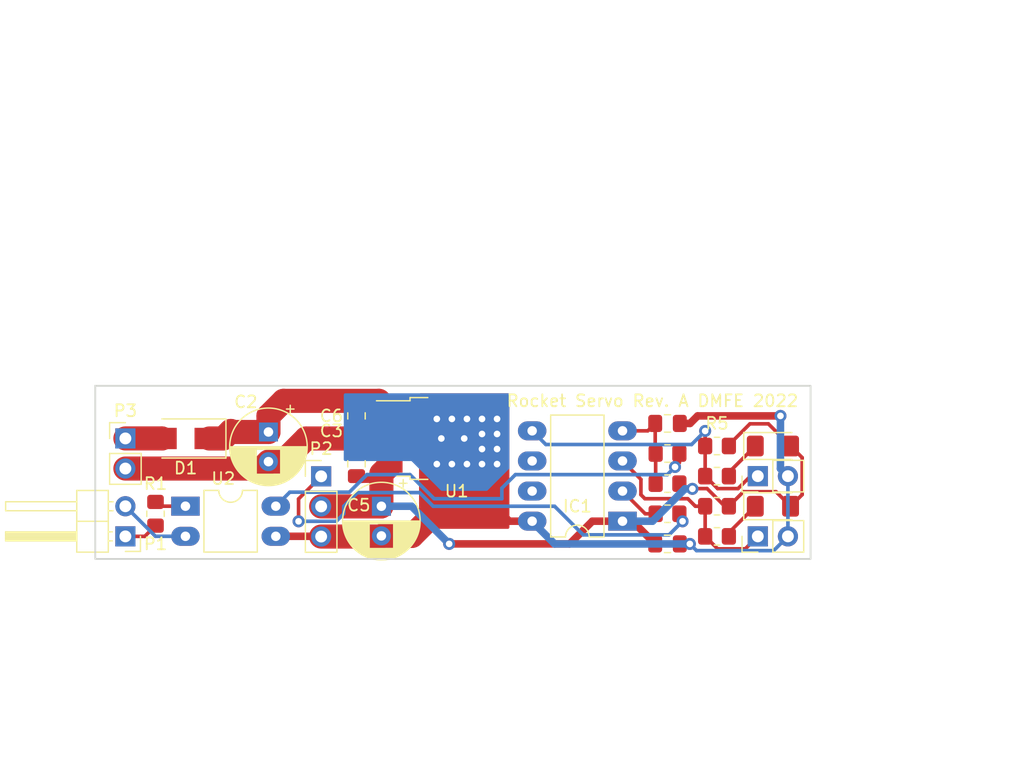
<source format=kicad_pcb>
(kicad_pcb (version 20211014) (generator pcbnew)
  (title_block (title "Rocket Servo") (date "2022-11-08") (rev "A") (company "DMFE"))
  (layers (0 "F.Cu" signal) (31 "B.Cu" signal) (34 "B.Paste" user) (35 "F.Paste" user) (36 "B.SilkS" user "B.Silkscreen") (37 "F.SilkS" user "F.Silkscreen") (38 "B.Mask" user) (39 "F.Mask" user) (44 "Edge.Cuts" user))
  (net 0 "")
  (net 1 "Net-(C1-Pad1)")
  (net 2 "GND")
  (net 3 "Net-(C2-Pad1)")
  (net 4 "+5V")
  (net 5 "Net-(D1-Pad2)")
  (net 6 "Net-(D3-Pad1)")
  (net 7 "Net-(D2-Pad1)")
  (net 10 "Net-(P1-Pad1)")
  (net 11 "Net-(P1-Pad2)")
  (net 12 "Net-(IC1-Pad2)")
  (net 13 "Net-(IC1-Pad3)")
  (net 14 "Net-(R1-Pad1)")
  (net 15 "Net-(IC1-Pad5)")
  (net 16 "Net-(R2-Pad2)")
  (net 17 "Net-(P2-Pad1)")
  (footprint "Resistor_SMD:R_0805_2012Metric_Pad1.20x1.40mm_HandSolder" (layer "F.Cu") (at 144.51 88.9 180)
    (fp_text reference "R6" hide)
    (fp_text value "1K" hide)
    (pad "1" smd roundrect (at -1 0 180) (size 1.2 1.4) (layers "F.Cu" "F.Paste" "F.Mask") (roundrect_rratio 0.2083333333) (net 7 "Net-(D2-Pad1)"))
    (pad "2" smd roundrect (at 1 0 180) (size 1.2 1.4) (layers "F.Cu" "F.Paste" "F.Mask") (roundrect_rratio 0.2083333333) (net 15 "Net-(IC1-Pad5)"))
  )
  (footprint "Diode_SMD:D_SMA" (layer "F.Cu") (at 99.695 85.725 180)
    (fp_text reference "D1" (at 0 -2.5) (layer "F.SilkS"))
    (fp_text value "D" hide)
    (pad "1" smd rect (at -2 0 180) (size 2.5 1.8) (layers "F.Cu" "F.Paste" "F.Mask") (net 3 "Net-(C2-Pad1)"))
    (pad "2" smd rect (at 2 0 180) (size 2.5 1.8) (layers "F.Cu" "F.Paste" "F.Mask") (net 5 "Net-(D1-Pad2)"))
  )
  (footprint "Capacitor_SMD:C_0805_2012Metric_Pad1.18x1.45mm_HandSolder" (layer "F.Cu") (at 114.105 83.82 -90)
    (fp_text reference "C6" (at 0 2.115 180) (layer "F.SilkS"))
    (fp_text value ".1uF" hide)
    (pad "1" smd roundrect (at -1.0375 0 270) (size 1.175 1.45) (layers "F.Cu" "F.Paste" "F.Mask") (roundrect_rratio 0.2127659574) (net 3 "Net-(C2-Pad1)"))
    (pad "2" smd roundrect (at 1.0375 0 270) (size 1.175 1.45) (layers "F.Cu" "F.Paste" "F.Mask") (roundrect_rratio 0.2127659574) (net 2 "GND"))
  )
  (footprint "Connector_PinHeader_2.54mm:PinHeader_1x02_P2.54mm_Vertical" (layer "F.Cu") (at 94.615 85.72)
    (fp_text reference "P3" (at 0 -2.33) (layer "F.SilkS"))
    (fp_text value "Conn_01x02" hide)
    (pad "1" thru_hole rect (at 0 0) (size 1.7 1.7) (drill 1) (layers *.Cu *.Mask) (net 5 "Net-(D1-Pad2)"))
    (pad "2" thru_hole oval (at 0 2.54) (size 1.7 1.7) (drill 1) (layers *.Cu *.Mask) (net 2 "GND"))
  )
  (footprint "LED_SMD:LED_1206_3216Metric_Pad1.42x1.75mm_HandSolder" (layer "F.Cu") (at 149.225 91.44)
    (fp_text reference "D3" hide)
    (fp_text value "LED" hide)
    (pad "1" smd roundrect (at -1.4875 0) (size 1.425 1.75) (layers "F.Cu" "F.Paste" "F.Mask") (roundrect_rratio 0.1754392982) (net 6 "Net-(D3-Pad1)"))
    (pad "2" smd roundrect (at 1.4875 0) (size 1.425 1.75) (layers "F.Cu" "F.Paste" "F.Mask") (roundrect_rratio 0.1754392982) (net 4 "+5V"))
  )
  (footprint "Resistor_SMD:R_0805_2012Metric_Pad1.20x1.40mm_HandSolder" (layer "F.Cu") (at 140.335 92.075 180)
    (fp_text reference "R4" hide)
    (fp_text value "220R" hide)
    (pad "1" smd roundrect (at -1 0 180) (size 1.2 1.4) (layers "F.Cu" "F.Paste" "F.Mask") (roundrect_rratio 0.2083333333) (net 17 "Net-(P2-Pad1)"))
    (pad "2" smd roundrect (at 1 0 180) (size 1.2 1.4) (layers "F.Cu" "F.Paste" "F.Mask") (roundrect_rratio 0.2083333333) (net 12 "Net-(IC1-Pad2)"))
  )
  (footprint "Resistor_SMD:R_0805_2012Metric_Pad1.20x1.40mm_HandSolder" (layer "F.Cu") (at 144.51 86.36 180)
    (fp_text reference "R5" (at 0 1.905) (layer "F.SilkS"))
    (fp_text value "47K" hide)
    (pad "1" smd roundrect (at -1 0 180) (size 1.2 1.4) (layers "F.Cu" "F.Paste" "F.Mask") (roundrect_rratio 0.2083333333) (net 4 "+5V"))
    (pad "2" smd roundrect (at 1 0 180) (size 1.2 1.4) (layers "F.Cu" "F.Paste" "F.Mask") (roundrect_rratio 0.2083333333) (net 15 "Net-(IC1-Pad5)"))
  )
  (footprint "Package_TO_SOT_SMD:TO-252-3_TabPin2" (layer "F.Cu") (at 121.09 85.725)
    (fp_text reference "U1" (at 1.465 4.445) (layer "F.SilkS"))
    (fp_text value "L7805" hide)
    (pad "1" smd rect (at -4.2 -2.28) (size 2.2 1.2) (layers "F.Cu" "F.Paste" "F.Mask") (net 3 "Net-(C2-Pad1)"))
    (pad "2" smd rect (at 2.1 0) (size 6.4 5.8) (layers "F.Cu" "F.Mask") (net 2 "GND"))
    (pad "2" smd rect (at -4.2 0) (size 2.2 1.2) (layers "F.Cu" "F.Paste" "F.Mask") (net 2 "GND"))
    (pad "3" smd rect (at -4.2 2.28) (size 2.2 1.2) (layers "F.Cu" "F.Paste" "F.Mask") (net 4 "+5V"))
  )
  (footprint "LED_SMD:LED_1206_3216Metric_Pad1.42x1.75mm_HandSolder" (layer "F.Cu") (at 149.225 86.36)
    (fp_text reference "D2" hide)
    (fp_text value "LED" hide)
    (pad "1" smd roundrect (at -1.4875 0) (size 1.425 1.75) (layers "F.Cu" "F.Paste" "F.Mask") (roundrect_rratio 0.1754392982) (net 7 "Net-(D2-Pad1)"))
    (pad "2" smd roundrect (at 1.4875 0) (size 1.425 1.75) (layers "F.Cu" "F.Paste" "F.Mask") (roundrect_rratio 0.1754392982) (net 4 "+5V"))
  )
  (footprint "Resistor_SMD:R_0805_2012Metric_Pad1.20x1.40mm_HandSolder" (layer "F.Cu") (at 140.335 89.535 180)
    (fp_text reference "R3" hide)
    (fp_text value "10K" hide)
    (pad "1" smd roundrect (at -1 0 180) (size 1.2 1.4) (layers "F.Cu" "F.Paste" "F.Mask") (roundrect_rratio 0.2083333333) (net 4 "+5V"))
    (pad "2" smd roundrect (at 1 0 180) (size 1.2 1.4) (layers "F.Cu" "F.Paste" "F.Mask") (roundrect_rratio 0.2083333333) (net 1 "Net-(C1-Pad1)"))
  )
  (footprint "Capacitor_THT:CP_Radial_D6.3mm_P2.50mm" (layer "F.Cu") (at 116.205 91.44 -90)
    (fp_text reference "C5" (at -0.087621 1.905 180) (layer "F.SilkS"))
    (fp_text value "220uF" hide)
    (pad "1" thru_hole rect (at 0 0 270) (size 1.6 1.6) (drill 0.8) (layers *.Cu *.Mask) (net 4 "+5V"))
    (pad "2" thru_hole circle (at 2.5 0 270) (size 1.6 1.6) (drill 0.8) (layers *.Cu *.Mask) (net 2 "GND"))
  )
  (footprint "Connector_PinHeader_2.54mm:PinHeader_1x03_P2.54mm_Vertical" (layer "F.Cu") (at 111.125 88.915)
    (fp_text reference "P2" (at 0 -2.33) (layer "F.SilkS"))
    (fp_text value "Conn_01x03" hide)
    (pad "1" thru_hole rect (at 0 0) (size 1.7 1.7) (drill 1) (layers *.Cu *.Mask) (net 17 "Net-(P2-Pad1)"))
    (pad "2" thru_hole oval (at 0 2.54) (size 1.7 1.7) (drill 1) (layers *.Cu *.Mask) (net 4 "+5V"))
    (pad "3" thru_hole oval (at 0 5.08) (size 1.7 1.7) (drill 1) (layers *.Cu *.Mask) (net 2 "GND"))
  )
  (footprint "Connector_PinHeader_2.54mm:PinHeader_1x02_P2.54mm_Vertical" (layer "F.Cu") (at 147.95 88.9 90)
    (fp_text reference "SW1" hide)
    (fp_text value "Conn_01x02" hide)
    (pad "1" thru_hole rect (at 0 0 90) (size 1.7 1.7) (drill 1) (layers *.Cu *.Mask) (net 15 "Net-(IC1-Pad5)"))
    (pad "2" thru_hole oval (at 0 2.54 90) (size 1.7 1.7) (drill 1) (layers *.Cu *.Mask) (net 2 "GND"))
  )
  (footprint "Connector_PinHeader_2.54mm:PinHeader_1x02_P2.54mm_Vertical" (layer "F.Cu") (at 147.95 93.98 90)
    (fp_text reference "SW2" hide)
    (fp_text value "Conn_01x02" hide)
    (pad "1" thru_hole rect (at 0 0 90) (size 1.7 1.7) (drill 1) (layers *.Cu *.Mask) (net 13 "Net-(IC1-Pad3)"))
    (pad "2" thru_hole oval (at 0 2.54 90) (size 1.7 1.7) (drill 1) (layers *.Cu *.Mask) (net 2 "GND"))
  )
  (footprint "Capacitor_SMD:C_0805_2012Metric_Pad1.18x1.45mm_HandSolder" (layer "F.Cu") (at 114.105 87.8625 90)
    (fp_text reference "C3" (at 2.7725 -2.115 180) (layer "F.SilkS"))
    (fp_text value ".1uF" hide)
    (pad "1" smd roundrect (at -1.0375 0 90) (size 1.175 1.45) (layers "F.Cu" "F.Paste" "F.Mask") (roundrect_rratio 0.2127659574) (net 4 "+5V"))
    (pad "2" smd roundrect (at 1.0375 0 90) (size 1.175 1.45) (layers "F.Cu" "F.Paste" "F.Mask") (roundrect_rratio 0.2127659574) (net 2 "GND"))
  )
  (footprint "Capacitor_SMD:C_0805_2012Metric_Pad1.18x1.45mm_HandSolder" (layer "F.Cu") (at 140.335 84.455)
    (fp_text reference "C1" hide)
    (fp_text value ".1uF" hide)
    (pad "1" smd roundrect (at -1.0375 0) (size 1.175 1.45) (layers "F.Cu" "F.Paste" "F.Mask") (roundrect_rratio 0.2127659574) (net 1 "Net-(C1-Pad1)"))
    (pad "2" smd roundrect (at 1.0375 0) (size 1.175 1.45) (layers "F.Cu" "F.Paste" "F.Mask") (roundrect_rratio 0.2127659574) (net 2 "GND"))
  )
  (footprint "Package_DIP:DIP-4_W7.62mm_LongPads" (layer "F.Cu") (at 99.68 91.435)
    (fp_text reference "U2" (at 3.19 -2.33) (layer "F.SilkS"))
    (fp_text value "TLP227GN" hide)
    (pad "1" thru_hole rect (at 0 0) (size 2.4 1.6) (drill 0.8) (layers *.Cu *.Mask) (net 14 "Net-(R1-Pad1)"))
    (pad "2" thru_hole oval (at 0 2.54) (size 2.4 1.6) (drill 0.8) (layers *.Cu *.Mask) (net 11 "Net-(P1-Pad2)"))
    (pad "3" thru_hole oval (at 7.62 2.54) (size 2.4 1.6) (drill 0.8) (layers *.Cu *.Mask) (net 2 "GND"))
    (pad "4" thru_hole oval (at 7.62 0) (size 2.4 1.6) (drill 0.8) (layers *.Cu *.Mask) (net 16 "Net-(R2-Pad2)"))
  )
  (footprint "Connector_PinHeader_2.54mm:PinHeader_1x02_P2.54mm_Horizontal" (layer "F.Cu") (at 94.615 93.98 180)
    (fp_text reference "P1" (at -2.54 -0.635) (layer "F.SilkS"))
    (fp_text value "Conn_01x02" hide)
    (pad "1" thru_hole rect (at 0 0 180) (size 1.7 1.7) (drill 1) (layers *.Cu *.Mask) (net 10 "Net-(P1-Pad1)"))
    (pad "2" thru_hole oval (at 0 2.54 180) (size 1.7 1.7) (drill 1) (layers *.Cu *.Mask) (net 11 "Net-(P1-Pad2)"))
  )
  (footprint "Capacitor_SMD:C_0805_2012Metric_Pad1.18x1.45mm_HandSolder" (layer "F.Cu") (at 140.335 94.615)
    (fp_text reference "C4" hide)
    (fp_text value ".1uF" hide)
    (pad "1" smd roundrect (at -1.0375 0) (size 1.175 1.45) (layers "F.Cu" "F.Paste" "F.Mask") (roundrect_rratio 0.2127659574) (net 4 "+5V"))
    (pad "2" smd roundrect (at 1.0375 0) (size 1.175 1.45) (layers "F.Cu" "F.Paste" "F.Mask") (roundrect_rratio 0.2127659574) (net 2 "GND"))
  )
  (footprint "Resistor_SMD:R_0805_2012Metric_Pad1.20x1.40mm_HandSolder" (layer "F.Cu") (at 144.51 91.44 180)
    (fp_text reference "R7" hide)
    (fp_text value "47K" hide)
    (pad "1" smd roundrect (at -1 0 180) (size 1.2 1.4) (layers "F.Cu" "F.Paste" "F.Mask") (roundrect_rratio 0.2083333333) (net 4 "+5V"))
    (pad "2" smd roundrect (at 1 0 180) (size 1.2 1.4) (layers "F.Cu" "F.Paste" "F.Mask") (roundrect_rratio 0.2083333333) (net 13 "Net-(IC1-Pad3)"))
  )
  (footprint "Resistor_SMD:R_0805_2012Metric_Pad1.20x1.40mm_HandSolder" (layer "F.Cu") (at 140.335 86.995)
    (fp_text reference "R2" hide)
    (fp_text value "1K" hide)
    (pad "1" smd roundrect (at -1 0) (size 1.2 1.4) (layers "F.Cu" "F.Paste" "F.Mask") (roundrect_rratio 0.2083333333) (net 1 "Net-(C1-Pad1)"))
    (pad "2" smd roundrect (at 1 0) (size 1.2 1.4) (layers "F.Cu" "F.Paste" "F.Mask") (roundrect_rratio 0.2083333333) (net 16 "Net-(R2-Pad2)"))
  )
  (footprint "Resistor_SMD:R_0805_2012Metric_Pad1.20x1.40mm_HandSolder" (layer "F.Cu") (at 97.155 92.075 -90)
    (fp_text reference "R1" (at -2.54 0 -180) (layer "F.SilkS"))
    (fp_text value "220R" hide)
    (pad "1" smd roundrect (at -1 0 270) (size 1.2 1.4) (layers "F.Cu" "F.Paste" "F.Mask") (roundrect_rratio 0.2083333333) (net 14 "Net-(R1-Pad1)"))
    (pad "2" smd roundrect (at 1 0 270) (size 1.2 1.4) (layers "F.Cu" "F.Paste" "F.Mask") (roundrect_rratio 0.2083333333) (net 10 "Net-(P1-Pad1)"))
  )
  (footprint "Package_DIP:DIP-8_W7.62mm_LongPads" (layer "F.Cu") (at 136.54 92.7 180)
    (fp_text reference "IC1" (at 3.81 1.26) (layer "F.SilkS"))
    (fp_text value "PIC12F1822-I/P" hide)
    (pad "1" thru_hole rect (at 0 0 180) (size 2.4 1.6) (drill 0.8) (layers *.Cu *.Mask) (net 4 "+5V"))
    (pad "2" thru_hole oval (at 0 2.54 180) (size 2.4 1.6) (drill 0.8) (layers *.Cu *.Mask) (net 12 "Net-(IC1-Pad2)"))
    (pad "3" thru_hole oval (at 0 5.08 180) (size 2.4 1.6) (drill 0.8) (layers *.Cu *.Mask) (net 13 "Net-(IC1-Pad3)"))
    (pad "4" thru_hole oval (at 0 7.62 180) (size 2.4 1.6) (drill 0.8) (layers *.Cu *.Mask) (net 1 "Net-(C1-Pad1)"))
    (pad "5" thru_hole oval (at 7.62 7.62 180) (size 2.4 1.6) (drill 0.8) (layers *.Cu *.Mask) (net 15 "Net-(IC1-Pad5)"))
    (pad "6" thru_hole oval (at 7.62 5.08 180) (size 2.4 1.6) (drill 0.8) (layers *.Cu *.Mask))
    (pad "7" thru_hole oval (at 7.62 2.54 180) (size 2.4 1.6) (drill 0.8) (layers *.Cu *.Mask))
    (pad "8" thru_hole oval (at 7.62 0 180) (size 2.4 1.6) (drill 0.8) (layers *.Cu *.Mask) (net 2 "GND"))
  )
  (footprint "Capacitor_THT:CP_Radial_D6.3mm_P2.50mm" (layer "F.Cu") (at 106.68 85.177621 -90)
    (fp_text reference "C2" (at -2.54 1.905 180) (layer "F.SilkS"))
    (fp_text value "33uF" hide)
    (pad "1" thru_hole rect (at 0 0 270) (size 1.6 1.6) (drill 0.8) (layers *.Cu *.Mask) (net 3 "Net-(C2-Pad1)"))
    (pad "2" thru_hole circle (at 2.5 0 270) (size 1.6 1.6) (drill 0.8) (layers *.Cu *.Mask) (net 2 "GND"))
  )
  (footprint "Resistor_SMD:R_0805_2012Metric_Pad1.20x1.40mm_HandSolder" (layer "F.Cu") (at 144.51 93.98 180)
    (fp_text reference "R8" hide)
    (fp_text value "1K" hide)
    (pad "1" smd roundrect (at -1 0 180) (size 1.2 1.4) (layers "F.Cu" "F.Paste" "F.Mask") (roundrect_rratio 0.2083333333) (net 6 "Net-(D3-Pad1)"))
    (pad "2" smd roundrect (at 1 0 180) (size 1.2 1.4) (layers "F.Cu" "F.Paste" "F.Mask") (roundrect_rratio 0.2083333333) (net 13 "Net-(IC1-Pad3)"))
  )
  (gr_rect (start 152.4 95.885) (end 92.075 81.28) (layer "Edge.Cuts") (width 0.15) (fill none))
  (gr_text "Rocket Servo Rev. A DMFE 2022" (at 139.065 82.55) (layer "F.SilkS") (effects (font (size 1 1))))
  (segment (start 138.6725 85.08) (end 139.2975 84.455) (width 0.3048) (layer "F.Cu") (net 1))
  (segment (start 139.2975 86.9575) (end 139.335 86.995) (width 0.3048) (layer "F.Cu") (net 1))
  (segment (start 139.335 89.535) (end 139.335 86.995) (width 0.3048) (layer "F.Cu") (net 1))
  (segment (start 139.2975 84.455) (end 139.2975 86.9575) (width 0.3048) (layer "F.Cu") (net 1))
  (segment (start 136.54 85.08) (end 138.6725 85.08) (width 0.3048) (layer "F.Cu") (net 1))
  (segment (start 121.26 85.725) (end 123.19 85.725) (width 1.27) (layer "F.Cu") (net 2))
  (segment (start 118.785 93.94) (end 122.15 90.575) (width 2.032) (layer "F.Cu") (net 2))
  (segment (start 142.24 84.455) (end 142.875 83.82) (width 0.635) (layer "F.Cu") (net 2))
  (segment (start 114.105 85.77) (end 114.105 86.825) (width 0.635) (layer "F.Cu") (net 2))
  (segment (start 94.615 88.26) (end 106.097621 88.26) (width 2.032) (layer "F.Cu") (net 2))
  (segment (start 141.3725 84.455) (end 142.24 84.455) (width 0.635) (layer "F.Cu") (net 2))
  (segment (start 116.89 85.725) (end 114.15 85.725) (width 0.635) (layer "F.Cu") (net 2))
  (segment (start 107.3 93.975) (end 111.105 93.975) (width 0.635) (layer "F.Cu") (net 2))
  (segment (start 142.22129 94.618762) (end 141.376262 94.618762) (width 0.3048) (layer "F.Cu") (net 2))
  (segment (start 114.15 85.725) (end 114.105 85.77) (width 0.635) (layer "F.Cu") (net 2))
  (segment (start 116.205 93.94) (end 118.785 93.94) (width 2.032) (layer "F.Cu") (net 2))
  (segment (start 107.902379 87.677621) (end 109.855 85.725) (width 2.032) (layer "F.Cu") (net 2))
  (segment (start 114.105 84.8575) (end 114.105 85.77) (width 0.635) (layer "F.Cu") (net 2))
  (segment (start 106.097621 88.26) (end 106.68 87.677621) (width 2.032) (layer "F.Cu") (net 2))
  (segment (start 116.89 85.725) (end 121.26 85.725) (width 1.27) (layer "F.Cu") (net 2))
  (segment (start 141.376262 94.618762) (end 141.3725 94.615) (width 0.3048) (layer "F.Cu") (net 2))
  (segment (start 116.15 93.995) (end 116.205 93.94) (width 2.032) (layer "F.Cu") (net 2))
  (segment (start 106.68 87.677621) (end 107.902379 87.677621) (width 2.032) (layer "F.Cu") (net 2))
  (segment (start 142.875 83.82) (end 149.86 83.82) (width 0.635) (layer "F.Cu") (net 2))
  (segment (start 111.125 93.995) (end 116.15 93.995) (width 2.032) (layer "F.Cu") (net 2))
  (segment (start 109.855 85.725) (end 123.19 85.725) (width 2.032) (layer "F.Cu") (net 2))
  (segment (start 126.99 92.7) (end 123.42 89.13) (width 0.635) (layer "F.Cu") (net 2))
  (segment (start 128.92 92.7) (end 126.99 92.7) (width 0.635) (layer "F.Cu") (net 2))
  (segment (start 111.105 93.975) (end 111.125 93.995) (width 0.635) (layer "F.Cu") (net 2))
  (segment (start 122.15 90.575) (end 122.15 87.885) (width 2.032) (layer "F.Cu") (net 2))
  (segment (start 123.42 89.13) (end 123.42 87.885) (width 0.635) (layer "F.Cu") (net 2))
  (via (at 124.69 84.075) (size 1.016) (drill 0.5588) (layers "F.Cu" "B.Cu") (net 2))
  (via (at 125.96 85.345) (size 1.016) (drill 0.5588) (layers "F.Cu" "B.Cu") (net 2))
  (via (at 123.42 87.885) (size 1.016) (drill 0.5588) (layers "F.Cu" "B.Cu") (net 2))
  (via (at 124.69 85.345) (size 1.016) (drill 0.5588) (layers "F.Cu" "B.Cu") (net 2))
  (via (at 125.96 87.885) (size 1.016) (drill 0.5588) (layers "F.Cu" "B.Cu") (net 2))
  (via (at 123.19 85.725) (size 1.016) (drill 0.5588) (layers "F.Cu" "B.Cu") (net 2))
  (via (at 120.88 87.885) (size 1.016) (drill 0.5588) (layers "F.Cu" "B.Cu") (net 2))
  (via (at 122.15 87.885) (size 1.016) (drill 0.5588) (layers "F.Cu" "B.Cu") (net 2))
  (via (at 123.42 84.075) (size 1.016) (drill 0.5588) (layers "F.Cu" "B.Cu") (net 2))
  (via (at 124.69 86.615) (size 1.016) (drill 0.5588) (layers "F.Cu" "B.Cu") (net 2))
  (via (at 125.96 86.615) (size 1.016) (drill 0.5588) (layers "F.Cu" "B.Cu") (net 2))
  (via (at 121.26 85.725) (size 1.016) (drill 0.5588) (layers "F.Cu" "B.Cu") (net 2))
  (via (at 122.15 84.075) (size 1.016) (drill 0.5588) (layers "F.Cu" "B.Cu") (net 2))
  (via (at 125.96 84.075) (size 1.016) (drill 0.5588) (layers "F.Cu" "B.Cu") (net 2))
  (via (at 124.69 87.885) (size 1.016) (drill 0.5588) (layers "F.Cu" "B.Cu") (net 2))
  (via (at 149.86 83.82) (size 1.016) (drill 0.5588) (layers "F.Cu" "B.Cu") (net 2))
  (via (at 120.88 84.075) (size 1.016) (drill 0.5588) (layers "F.Cu" "B.Cu") (net 2))
  (via (at 142.22129 94.618762) (size 1.016) (drill 0.5588) (layers "F.Cu" "B.Cu") (net 2))
  (segment (start 130.813762 94.618762) (end 142.22129 94.618762) (width 0.635) (layer "B.Cu") (net 2))
  (segment (start 149.2876 95.1824) (end 142.784928 95.1824) (width 0.3048) (layer "B.Cu") (net 2))
  (segment (start 128.92 92.725) (end 130.813762 94.618762) (width 0.635) (layer "B.Cu") (net 2))
  (segment (start 149.86 88.27) (end 150.49 88.9) (width 0.635) (layer "B.Cu") (net 2))
  (segment (start 150.49 93.98) (end 150.49 88.9) (width 0.3048) (layer "B.Cu") (net 2))
  (segment (start 128.92 92.7) (end 128.92 92.725) (width 0.635) (layer "B.Cu") (net 2))
  (segment (start 150.49 93.98) (end 149.2876 95.1824) (width 0.3048) (layer "B.Cu") (net 2))
  (segment (start 149.86 83.82) (end 149.86 88.27) (width 0.635) (layer "B.Cu") (net 2))
  (segment (start 142.784928 95.1824) (end 142.22129 94.618762) (width 0.3048) (layer "B.Cu") (net 2))
  (segment (start 106.68 83.82) (end 107.95 82.55) (width 2.032) (layer "F.Cu") (net 3))
  (segment (start 101.695 85.725) (end 102.87 85.725) (width 2.032) (layer "F.Cu") (net 3))
  (segment (start 115.995 82.55) (end 116.89 83.445) (width 2.032) (layer "F.Cu") (net 3))
  (segment (start 114.105 82.7825) (end 116.2275 82.7825) (width 0.635) (layer "F.Cu") (net 3))
  (segment (start 107.95 82.55) (end 115.995 82.55) (width 2.032) (layer "F.Cu") (net 3))
  (segment (start 103.505 85.09) (end 103.592621 85.177621) (width 2.032) (layer "F.Cu") (net 3))
  (segment (start 102.87 85.725) (end 103.505 85.09) (width 2.032) (layer "F.Cu") (net 3))
  (segment (start 116.2275 82.7825) (end 116.89 83.445) (width 0.635) (layer "F.Cu") (net 3))
  (segment (start 106.68 85.177621) (end 106.68 83.82) (width 2.032) (layer "F.Cu") (net 3))
  (segment (start 103.592621 85.177621) (end 106.68 85.177621) (width 2.032) (layer "F.Cu") (net 3))
  (segment (start 151.6924 90.4601) (end 151.6924 87.3399) (width 0.3048) (layer "F.Cu") (net 4))
  (segment (start 116.205 88.69) (end 116.89 88.005) (width 2.032) (layer "F.Cu") (net 4))
  (segment (start 111.125 91.455) (end 116.19 91.455) (width 2.032) (layer "F.Cu") (net 4))
  (segment (start 133.995 92.7) (end 132.08 94.615) (width 0.635) (layer "F.Cu") (net 4))
  (segment (start 146.7374 90.2126) (end 149.4851 90.2126) (width 0.3048) (layer "F.Cu") (net 4))
  (segment (start 116.205 91.44) (end 116.205 88.69) (width 2.032) (layer "F.Cu") (net 4))
  (segment (start 148.841901 84.489401) (end 147.285599 84.489401) (width 0.3048) (layer "F.Cu") (net 4))
  (segment (start 116.19 91.455) (end 116.205 91.44) (width 2.032) (layer "F.Cu") (net 4))
  (segment (start 145.161922 91.44) (end 143.674322 89.9524) (width 0.3048) (layer "F.Cu") (net 4))
  (segment (start 116.89 88.065) (end 115.8 89.155) (width 0.635) (layer "F.Cu") (net 4))
  (segment (start 114.36 89.155) (end 114.105 88.9) (width 0.635) (layer "F.Cu") (net 4))
  (segment (start 151.6924 87.3399) (end 150.7125 86.36) (width 0.3048) (layer "F.Cu") (net 4))
  (segment (start 137.3825 92.7) (end 139.2975 94.615) (width 0.635) (layer "F.Cu") (net 4))
  (segment (start 150.7125 86.36) (end 148.841901 84.489401) (width 0.3048) (layer "F.Cu") (net 4))
  (segment (start 147.285599 84.489401) (end 145.51 86.265) (width 0.3048) (layer "F.Cu") (net 4))
  (segment (start 116.89 88.005) (end 116.89 88.065) (width 0.635) (layer "F.Cu") (net 4))
  (segment (start 145.51 91.44) (end 146.7374 90.2126) (width 0.3048) (layer "F.Cu") (net 4))
  (segment (start 115.8 89.155) (end 114.36 89.155) (width 0.635) (layer "F.Cu") (net 4))
  (segment (start 149.4851 90.2126) (end 150.7125 91.44) (width 0.3048) (layer "F.Cu") (net 4))
  (segment (start 145.51 91.44) (end 145.161922 91.44) (width 0.3048) (layer "F.Cu") (net 4))
  (segment (start 150.7125 91.44) (end 151.6924 90.4601) (width 0.3048) (layer "F.Cu") (net 4))
  (segment (start 132.08 94.615) (end 121.92 94.615) (width 0.635) (layer "F.Cu") (net 4))
  (segment (start 141.7524 89.9524) (end 141.335 89.535) (width 0.3048) (layer "F.Cu") (net 4))
  (segment (start 136.54 92.7) (end 137.3825 92.7) (width 0.635) (layer "F.Cu") (net 4))
  (segment (start 143.674322 89.9524) (end 141.7524 89.9524) (width 0.3048) (layer "F.Cu") (net 4))
  (segment (start 145.51 86.265) (end 145.51 86.36) (width 0.3048) (layer "F.Cu") (net 4))
  (segment (start 136.54 92.7) (end 133.995 92.7) (width 0.635) (layer "F.Cu") (net 4))
  (via (at 142.433187 89.973338) (size 1.016) (drill 0.5588) (layers "F.Cu" "B.Cu") (net 4))
  (via (at 121.92 94.615) (size 1.016) (drill 0.5588) (layers "F.Cu" "B.Cu") (net 4))
  (segment (start 121.92 94.615) (end 118.745 91.44) (width 0.635) (layer "B.Cu") (net 4))
  (segment (start 118.745 91.44) (end 116.205 91.44) (width 0.635) (layer "B.Cu") (net 4))
  (segment (start 141.801662 89.973338) (end 142.433187 89.973338) (width 0.635) (layer "B.Cu") (net 4))
  (segment (start 139.075 92.7) (end 141.801662 89.973338) (width 0.635) (layer "B.Cu") (net 4))
  (segment (start 136.54 92.7) (end 139.075 92.7) (width 0.635) (layer "B.Cu") (net 4))
  (segment (start 97.69 85.72) (end 97.695 85.725) (width 2.032) (layer "F.Cu") (net 5))
  (segment (start 94.615 85.72) (end 97.69 85.72) (width 2.032) (layer "F.Cu") (net 5))
  (segment (start 145.51 93.98) (end 145.51 93.6675) (width 0.3048) (layer "F.Cu") (net 6))
  (segment (start 145.51 93.6675) (end 147.7375 91.44) (width 0.3048) (layer "F.Cu") (net 6))
  (segment (start 145.51 88.9) (end 145.51 88.5875) (width 0.3048) (layer "F.Cu") (net 7))
  (segment (start 145.51 88.5875) (end 147.7375 86.36) (width 0.3048) (layer "F.Cu") (net 7))
  (segment (start 94.615 93.98) (end 96.25 93.98) (width 0.3048) (layer "F.Cu") (net 10))
  (segment (start 96.25 93.98) (end 97.155 93.075) (width 0.3048) (layer "F.Cu") (net 10))
  (segment (start 99.68 93.975) (end 97.15 93.975) (width 0.3048) (layer "B.Cu") (net 11))
  (segment (start 97.15 93.975) (end 94.615 91.44) (width 0.3048) (layer "B.Cu") (net 11))
  (segment (start 139.335 92.075) (end 138.455 92.075) (width 0.3048) (layer "F.Cu") (net 12))
  (segment (start 138.455 92.075) (end 136.54 90.16) (width 0.3048) (layer "F.Cu") (net 12))
  (segment (start 143.51 93.98) (end 143.51 91.44) (width 0.3048) (layer "F.Cu") (net 13))
  (segment (start 144.5624 95.0324) (end 143.51 93.98) (width 0.3048) (layer "F.Cu") (net 13))
  (segment (start 138.0924 89.1724) (end 138.0924 90.4674) (width 0.3048) (layer "F.Cu") (net 13))
  (segment (start 138.0924 90.4674) (end 138.43 90.805) (width 0.3048) (layer "F.Cu") (net 13))
  (segment (start 142.048766 90.805) (end 142.683766 91.44) (width 0.3048) (layer "F.Cu") (net 13))
  (segment (start 147.95 93.98) (end 146.8976 95.0324) (width 0.3048) (layer "F.Cu") (net 13))
  (segment (start 136.54 87.62) (end 138.0924 89.1724) (width 0.3048) (layer "F.Cu") (net 13))
  (segment (start 138.43 90.805) (end 142.048766 90.805) (width 0.3048) (layer "F.Cu") (net 13))
  (segment (start 142.683766 91.44) (end 143.51 91.44) (width 0.3048) (layer "F.Cu") (net 13))
  (segment (start 146.8976 95.0324) (end 144.5624 95.0324) (width 0.3048) (layer "F.Cu") (net 13))
  (segment (start 97.515 91.435) (end 97.155 91.075) (width 0.3048) (layer "F.Cu") (net 14))
  (segment (start 99.68 91.435) (end 97.515 91.435) (width 0.3048) (layer "F.Cu") (net 14))
  (segment (start 144.5624 89.9524) (end 143.51 88.9) (width 0.3048) (layer "F.Cu") (net 15))
  (segment (start 143.51 85.09) (end 143.51 86.36) (width 0.3048) (layer "F.Cu") (net 15))
  (segment (start 146.28441 89.9524) (end 144.5624 89.9524) (width 0.3048) (layer "F.Cu") (net 15))
  (segment (start 143.51 88.9) (end 143.51 86.36) (width 0.3048) (layer "F.Cu") (net 15))
  (segment (start 147.95 88.9) (end 147.33681 88.9) (width 0.3048) (layer "F.Cu") (net 15))
  (segment (start 147.33681 88.9) (end 146.28441 89.9524) (width 0.3048) (layer "F.Cu") (net 15))
  (via (at 143.51 85.09) (size 1.016) (drill 0.5588) (layers "F.Cu" "B.Cu") (net 15))
  (segment (start 143.51 85.09) (end 142.3676 86.2324) (width 0.3048) (layer "B.Cu") (net 15))
  (segment (start 130.0724 86.2324) (end 128.92 85.08) (width 0.3048) (layer "B.Cu") (net 15))
  (segment (start 142.3676 86.2324) (end 130.0724 86.2324) (width 0.3048) (layer "B.Cu") (net 15))
  (segment (start 141.335 87.760148) (end 140.967488 88.12766) (width 0.3048) (layer "F.Cu") (net 16))
  (segment (start 141.335 86.995) (end 141.335 87.760148) (width 0.3048) (layer "F.Cu") (net 16))
  (via (at 140.967488 88.12766) (size 1.016) (drill 0.5588) (layers "F.Cu" "B.Cu") (net 16))
  (segment (start 113.50421 90.2526) (end 114.98441 88.7724) (width 0.3048) (layer "B.Cu") (net 16))
  (segment (start 107.3 91.435) (end 108.4824 90.2526) (width 0.3048) (layer "B.Cu") (net 16))
  (segment (start 127.5074 88.7724) (end 140.322748 88.7724) (width 0.3048) (layer "B.Cu") (net 16))
  (segment (start 126.365 89.9148) (end 126.365 90.805) (width 0.3048) (layer "B.Cu") (net 16))
  (segment (start 127.5074 88.7724) (end 126.365 89.9148) (width 0.3048) (layer "B.Cu") (net 16))
  (segment (start 120.65 90.805) (end 118.6174 88.7724) (width 0.3048) (layer "B.Cu") (net 16))
  (segment (start 126.365 90.805) (end 120.65 90.805) (width 0.3048) (layer "B.Cu") (net 16))
  (segment (start 140.322748 88.7724) (end 140.967488 88.12766) (width 0.3048) (layer "B.Cu") (net 16))
  (segment (start 114.98441 88.7724) (end 118.6174 88.7724) (width 0.3048) (layer "B.Cu") (net 16))
  (segment (start 108.4824 90.2526) (end 113.50421 90.2526) (width 0.3048) (layer "B.Cu") (net 16))
  (segment (start 109.22 90.82) (end 109.22 92.71) (width 0.3048) (layer "F.Cu") (net 17))
  (segment (start 111.125 88.915) (end 109.22 90.82) (width 0.3048) (layer "F.Cu") (net 17))
  (segment (start 141.335 92.44) (end 141.605 92.71) (width 0.3048) (layer "F.Cu") (net 17))
  (segment (start 141.335 92.075) (end 141.335 92.44) (width 0.3048) (layer "F.Cu") (net 17))
  (via (at 141.605 92.71) (size 1.016) (drill 0.5588) (layers "F.Cu" "B.Cu") (net 17))
  (via (at 109.22 92.71) (size 1.016) (drill 0.5588) (layers "F.Cu" "B.Cu") (net 17))
  (segment (start 119.419411 90.2876) (end 114.1824 90.2876) (width 0.3048) (layer "B.Cu") (net 17))
  (segment (start 113.03 92.075) (end 112.395 92.71) (width 0.3048) (layer "B.Cu") (net 17))
  (segment (start 112.395 92.71) (end 109.22 92.71) (width 0.3048) (layer "B.Cu") (net 17))
  (segment (start 120.571811 91.44) (end 119.419411 90.2876) (width 0.3048) (layer "B.Cu") (net 17))
  (segment (start 141.605 92.71) (end 140.4626 93.8524) (width 0.3048) (layer "B.Cu") (net 17))
  (segment (start 130.81 91.44) (end 120.571811 91.44) (width 0.3048) (layer "B.Cu") (net 17))
  (segment (start 140.4626 93.8524) (end 133.2224 93.8524) (width 0.3048) (layer "B.Cu") (net 17))
  (segment (start 133.2224 93.8524) (end 130.81 91.44) (width 0.3048) (layer "B.Cu") (net 17))
  (segment (start 114.1824 90.2876) (end 113.03 91.44) (width 0.3048) (layer "B.Cu") (net 17))
  (segment (start 113.03 91.44) (end 113.03 92.075) (width 0.3048) (layer "B.Cu") (net 17))
  (zone (net 2) (net_name "GND") (layer "F.Cu") (connect_pads yes (clearance 0.508)) (min_thickness 0.254) (fill yes (thermal_gap 0.508) (thermal_bridge_width 0.508))
    (polygon (pts (xy 127 93.345) (xy 119.38 93.345) (xy 119.38 81.915) (xy 127 81.915)))
  )
  (zone (net 2) (net_name "GND") (layer "B.Cu") (connect_pads yes (clearance 0.508)) (min_thickness 0.254) (fill yes (thermal_gap 0.508) (thermal_bridge_width 0.508))
    (polygon (pts (xy 127 88.265) (xy 125.095 90.17) (xy 121.285 90.17) (xy 118.745 87.63) (xy 113.03 87.63) (xy 113.03 81.915) (xy 127 81.915)))
  )
)
</source>
